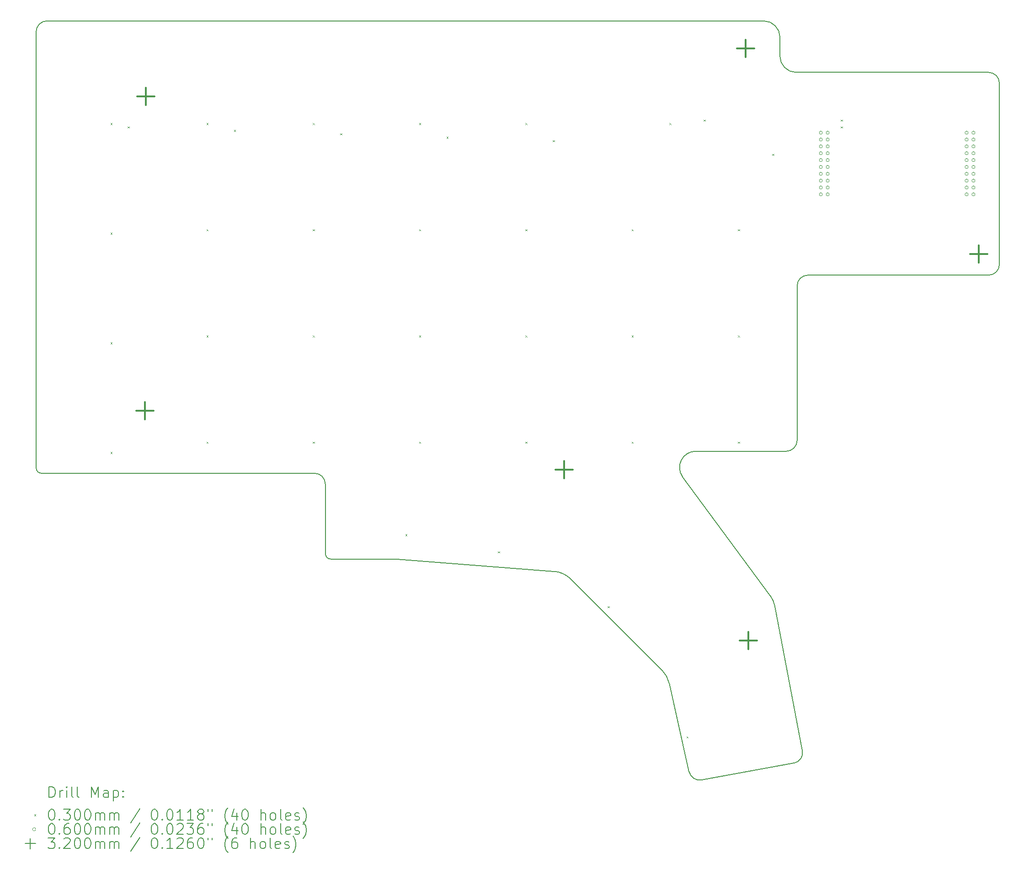
<source format=gbr>
%TF.GenerationSoftware,KiCad,Pcbnew,7.0.1*%
%TF.CreationDate,2023-03-23T04:50:55+01:00*%
%TF.ProjectId,Tiamat_v01_badge,5469616d-6174-45f7-9630-315f62616467,rev?*%
%TF.SameCoordinates,Original*%
%TF.FileFunction,Drillmap*%
%TF.FilePolarity,Positive*%
%FSLAX45Y45*%
G04 Gerber Fmt 4.5, Leading zero omitted, Abs format (unit mm)*
G04 Created by KiCad (PCBNEW 7.0.1) date 2023-03-23 04:50:55*
%MOMM*%
%LPD*%
G01*
G04 APERTURE LIST*
%ADD10C,0.150000*%
%ADD11C,0.200000*%
%ADD12C,0.030000*%
%ADD13C,0.060000*%
%ADD14C,0.320000*%
G04 APERTURE END LIST*
D10*
X2299000Y-2222500D02*
G75*
G03*
X2099000Y-2422500I0J-200000D01*
G01*
X7455110Y-10804285D02*
G75*
G03*
X7255115Y-10604500I-200000J-215D01*
G01*
X16392500Y-6933730D02*
G75*
G03*
X16192500Y-7133730I0J-200000D01*
G01*
X15992500Y-10196730D02*
G75*
G03*
X16192500Y-9996730I0J200000D01*
G01*
X19939000Y-3375000D02*
G75*
G03*
X19739000Y-3175000I-200000J0D01*
G01*
X15875000Y-2522500D02*
G75*
G03*
X15575000Y-2222500I-300000J0D01*
G01*
X15875000Y-2875000D02*
G75*
G03*
X16175000Y-3175000I300000J0D01*
G01*
X16175000Y-3175000D02*
X19739000Y-3175000D01*
X15875000Y-2522500D02*
X15875000Y-2875000D01*
X15780713Y-13068289D02*
G75*
G03*
X15691885Y-12865350I-491083J-94041D01*
G01*
X13822721Y-14494867D02*
G75*
G03*
X13688533Y-14251424I-487721J-110133D01*
G01*
X16132229Y-15977345D02*
G75*
G03*
X16292882Y-15742954I-35779J196775D01*
G01*
X14193123Y-16135210D02*
G75*
G03*
X14423985Y-16287933I195087J44050D01*
G01*
X14193120Y-16135211D02*
X13822720Y-14494867D01*
X12003903Y-12566979D02*
G75*
G03*
X11689325Y-12422074I-353533J-353581D01*
G01*
X19739000Y-6933730D02*
G75*
G03*
X19939000Y-6733730I0J200000D01*
G01*
X11689325Y-12422074D02*
X8780399Y-12194730D01*
X16132228Y-15977343D02*
X14423985Y-16287933D01*
X13688533Y-14251424D02*
X12003901Y-12566981D01*
X15780712Y-13068289D02*
X16292882Y-15742954D01*
X14073385Y-10673105D02*
X15691885Y-12865350D01*
X19939000Y-6733730D02*
X19939000Y-3375000D01*
X16392500Y-6933730D02*
X19739000Y-6933730D01*
X14316061Y-10196730D02*
G75*
G03*
X14073385Y-10673105I0J-300000D01*
G01*
X7456500Y-12094730D02*
G75*
G03*
X7556500Y-12194730I100000J0D01*
G01*
X16192500Y-9996730D02*
X16192500Y-7133730D01*
X7455114Y-10804285D02*
X7456500Y-12094730D01*
X2099000Y-10504500D02*
X2099000Y-2422500D01*
X7556500Y-12194730D02*
X8780399Y-12194730D01*
X2099000Y-10504500D02*
G75*
G03*
X2199000Y-10604500I100000J0D01*
G01*
X2199000Y-10604500D02*
X7255115Y-10604500D01*
X14316061Y-10196730D02*
X15992500Y-10196730D01*
X2299000Y-2222500D02*
X15575000Y-2222500D01*
D11*
D12*
X3477500Y-4112500D02*
X3507500Y-4142500D01*
X3507500Y-4112500D02*
X3477500Y-4142500D01*
X3477500Y-6144500D02*
X3507500Y-6174500D01*
X3507500Y-6144500D02*
X3477500Y-6174500D01*
X3477500Y-8176500D02*
X3507500Y-8206500D01*
X3507500Y-8176500D02*
X3477500Y-8206500D01*
X3477500Y-10208500D02*
X3507500Y-10238500D01*
X3507500Y-10208500D02*
X3477500Y-10238500D01*
X3795000Y-4176000D02*
X3825000Y-4206000D01*
X3825000Y-4176000D02*
X3795000Y-4206000D01*
X5255500Y-4112500D02*
X5285500Y-4142500D01*
X5285500Y-4112500D02*
X5255500Y-4142500D01*
X5255500Y-6081000D02*
X5285500Y-6111000D01*
X5285500Y-6081000D02*
X5255500Y-6111000D01*
X5255500Y-8049500D02*
X5285500Y-8079500D01*
X5285500Y-8049500D02*
X5255500Y-8079500D01*
X5255500Y-10018000D02*
X5285500Y-10048000D01*
X5285500Y-10018000D02*
X5255500Y-10048000D01*
X5763500Y-4239500D02*
X5793500Y-4269500D01*
X5793500Y-4239500D02*
X5763500Y-4269500D01*
X7224000Y-4112500D02*
X7254000Y-4142500D01*
X7254000Y-4112500D02*
X7224000Y-4142500D01*
X7224000Y-6081000D02*
X7254000Y-6111000D01*
X7254000Y-6081000D02*
X7224000Y-6111000D01*
X7224000Y-8049500D02*
X7254000Y-8079500D01*
X7254000Y-8049500D02*
X7224000Y-8079500D01*
X7224000Y-10018000D02*
X7254000Y-10048000D01*
X7254000Y-10018000D02*
X7224000Y-10048000D01*
X7732000Y-4303000D02*
X7762000Y-4333000D01*
X7762000Y-4303000D02*
X7732000Y-4333000D01*
X8938500Y-11732500D02*
X8968500Y-11762500D01*
X8968500Y-11732500D02*
X8938500Y-11762500D01*
X9192500Y-4112500D02*
X9222500Y-4142500D01*
X9222500Y-4112500D02*
X9192500Y-4142500D01*
X9192500Y-6081000D02*
X9222500Y-6111000D01*
X9222500Y-6081000D02*
X9192500Y-6111000D01*
X9192500Y-8049500D02*
X9222500Y-8079500D01*
X9222500Y-8049500D02*
X9192500Y-8079500D01*
X9192500Y-10018000D02*
X9222500Y-10048000D01*
X9222500Y-10018000D02*
X9192500Y-10048000D01*
X9700500Y-4366500D02*
X9730500Y-4396500D01*
X9730500Y-4366500D02*
X9700500Y-4396500D01*
X10653000Y-12050000D02*
X10683000Y-12080000D01*
X10683000Y-12050000D02*
X10653000Y-12080000D01*
X11161000Y-4112500D02*
X11191000Y-4142500D01*
X11191000Y-4112500D02*
X11161000Y-4142500D01*
X11161000Y-6081000D02*
X11191000Y-6111000D01*
X11191000Y-6081000D02*
X11161000Y-6111000D01*
X11161000Y-8049500D02*
X11191000Y-8079500D01*
X11191000Y-8049500D02*
X11161000Y-8079500D01*
X11161000Y-10018000D02*
X11191000Y-10048000D01*
X11191000Y-10018000D02*
X11161000Y-10048000D01*
X11669000Y-4430000D02*
X11699000Y-4460000D01*
X11699000Y-4430000D02*
X11669000Y-4460000D01*
X12685000Y-13066000D02*
X12715000Y-13096000D01*
X12715000Y-13066000D02*
X12685000Y-13096000D01*
X13129500Y-6081000D02*
X13159500Y-6111000D01*
X13159500Y-6081000D02*
X13129500Y-6111000D01*
X13129500Y-8049500D02*
X13159500Y-8079500D01*
X13159500Y-8049500D02*
X13129500Y-8079500D01*
X13129500Y-10018000D02*
X13159500Y-10048000D01*
X13159500Y-10018000D02*
X13129500Y-10048000D01*
X13828000Y-4112500D02*
X13858000Y-4142500D01*
X13858000Y-4112500D02*
X13828000Y-4142500D01*
X14145500Y-15479000D02*
X14175500Y-15509000D01*
X14175500Y-15479000D02*
X14145500Y-15509000D01*
X14463000Y-4049000D02*
X14493000Y-4079000D01*
X14493000Y-4049000D02*
X14463000Y-4079000D01*
X15098000Y-6081000D02*
X15128000Y-6111000D01*
X15128000Y-6081000D02*
X15098000Y-6111000D01*
X15098000Y-8049500D02*
X15128000Y-8079500D01*
X15128000Y-8049500D02*
X15098000Y-8079500D01*
X15098000Y-10018000D02*
X15128000Y-10048000D01*
X15128000Y-10018000D02*
X15098000Y-10048000D01*
X15733000Y-4684000D02*
X15763000Y-4714000D01*
X15763000Y-4684000D02*
X15733000Y-4714000D01*
X17003000Y-4049000D02*
X17033000Y-4079000D01*
X17033000Y-4049000D02*
X17003000Y-4079000D01*
X17003000Y-4176000D02*
X17033000Y-4206000D01*
X17033000Y-4176000D02*
X17003000Y-4206000D01*
D13*
X16661962Y-4291946D02*
G75*
G03*
X16661962Y-4291946I-30000J0D01*
G01*
X16661962Y-4418946D02*
G75*
G03*
X16661962Y-4418946I-30000J0D01*
G01*
X16661962Y-4545946D02*
G75*
G03*
X16661962Y-4545946I-30000J0D01*
G01*
X16661962Y-4672946D02*
G75*
G03*
X16661962Y-4672946I-30000J0D01*
G01*
X16661962Y-4799946D02*
G75*
G03*
X16661962Y-4799946I-30000J0D01*
G01*
X16661962Y-4926946D02*
G75*
G03*
X16661962Y-4926946I-30000J0D01*
G01*
X16661962Y-5053946D02*
G75*
G03*
X16661962Y-5053946I-30000J0D01*
G01*
X16661962Y-5180946D02*
G75*
G03*
X16661962Y-5180946I-30000J0D01*
G01*
X16661962Y-5307946D02*
G75*
G03*
X16661962Y-5307946I-30000J0D01*
G01*
X16661962Y-5434946D02*
G75*
G03*
X16661962Y-5434946I-30000J0D01*
G01*
X16788962Y-4291946D02*
G75*
G03*
X16788962Y-4291946I-30000J0D01*
G01*
X16788962Y-4418946D02*
G75*
G03*
X16788962Y-4418946I-30000J0D01*
G01*
X16788962Y-4545946D02*
G75*
G03*
X16788962Y-4545946I-30000J0D01*
G01*
X16788962Y-4672946D02*
G75*
G03*
X16788962Y-4672946I-30000J0D01*
G01*
X16788962Y-4799946D02*
G75*
G03*
X16788962Y-4799946I-30000J0D01*
G01*
X16788962Y-4926946D02*
G75*
G03*
X16788962Y-4926946I-30000J0D01*
G01*
X16788962Y-5053946D02*
G75*
G03*
X16788962Y-5053946I-30000J0D01*
G01*
X16788962Y-5180946D02*
G75*
G03*
X16788962Y-5180946I-30000J0D01*
G01*
X16788962Y-5307946D02*
G75*
G03*
X16788962Y-5307946I-30000J0D01*
G01*
X16788962Y-5434946D02*
G75*
G03*
X16788962Y-5434946I-30000J0D01*
G01*
X19361962Y-4291946D02*
G75*
G03*
X19361962Y-4291946I-30000J0D01*
G01*
X19361962Y-4418946D02*
G75*
G03*
X19361962Y-4418946I-30000J0D01*
G01*
X19361962Y-4545946D02*
G75*
G03*
X19361962Y-4545946I-30000J0D01*
G01*
X19361962Y-4672946D02*
G75*
G03*
X19361962Y-4672946I-30000J0D01*
G01*
X19361962Y-4799946D02*
G75*
G03*
X19361962Y-4799946I-30000J0D01*
G01*
X19361962Y-4926946D02*
G75*
G03*
X19361962Y-4926946I-30000J0D01*
G01*
X19361962Y-5053946D02*
G75*
G03*
X19361962Y-5053946I-30000J0D01*
G01*
X19361962Y-5180946D02*
G75*
G03*
X19361962Y-5180946I-30000J0D01*
G01*
X19361962Y-5307946D02*
G75*
G03*
X19361962Y-5307946I-30000J0D01*
G01*
X19361962Y-5434946D02*
G75*
G03*
X19361962Y-5434946I-30000J0D01*
G01*
X19488962Y-4291946D02*
G75*
G03*
X19488962Y-4291946I-30000J0D01*
G01*
X19488962Y-4418946D02*
G75*
G03*
X19488962Y-4418946I-30000J0D01*
G01*
X19488962Y-4545946D02*
G75*
G03*
X19488962Y-4545946I-30000J0D01*
G01*
X19488962Y-4672946D02*
G75*
G03*
X19488962Y-4672946I-30000J0D01*
G01*
X19488962Y-4799946D02*
G75*
G03*
X19488962Y-4799946I-30000J0D01*
G01*
X19488962Y-4926946D02*
G75*
G03*
X19488962Y-4926946I-30000J0D01*
G01*
X19488962Y-5053946D02*
G75*
G03*
X19488962Y-5053946I-30000J0D01*
G01*
X19488962Y-5180946D02*
G75*
G03*
X19488962Y-5180946I-30000J0D01*
G01*
X19488962Y-5307946D02*
G75*
G03*
X19488962Y-5307946I-30000J0D01*
G01*
X19488962Y-5434946D02*
G75*
G03*
X19488962Y-5434946I-30000J0D01*
G01*
D14*
X4114800Y-9288800D02*
X4114800Y-9608800D01*
X3954800Y-9448800D02*
X4274800Y-9448800D01*
X4127500Y-3459500D02*
X4127500Y-3779500D01*
X3967500Y-3619500D02*
X4287500Y-3619500D01*
X11874500Y-10381000D02*
X11874500Y-10701000D01*
X11714500Y-10541000D02*
X12034500Y-10541000D01*
X15240000Y-2570500D02*
X15240000Y-2890500D01*
X15080000Y-2730500D02*
X15400000Y-2730500D01*
X15290800Y-13543300D02*
X15290800Y-13863300D01*
X15130800Y-13703300D02*
X15450800Y-13703300D01*
X19558000Y-6380500D02*
X19558000Y-6700500D01*
X19398000Y-6540500D02*
X19718000Y-6540500D01*
D11*
X2339119Y-16611182D02*
X2339119Y-16411182D01*
X2339119Y-16411182D02*
X2386738Y-16411182D01*
X2386738Y-16411182D02*
X2415310Y-16420706D01*
X2415310Y-16420706D02*
X2434357Y-16439754D01*
X2434357Y-16439754D02*
X2443881Y-16458801D01*
X2443881Y-16458801D02*
X2453405Y-16496896D01*
X2453405Y-16496896D02*
X2453405Y-16525468D01*
X2453405Y-16525468D02*
X2443881Y-16563563D01*
X2443881Y-16563563D02*
X2434357Y-16582611D01*
X2434357Y-16582611D02*
X2415310Y-16601658D01*
X2415310Y-16601658D02*
X2386738Y-16611182D01*
X2386738Y-16611182D02*
X2339119Y-16611182D01*
X2539119Y-16611182D02*
X2539119Y-16477849D01*
X2539119Y-16515944D02*
X2548643Y-16496896D01*
X2548643Y-16496896D02*
X2558167Y-16487373D01*
X2558167Y-16487373D02*
X2577214Y-16477849D01*
X2577214Y-16477849D02*
X2596262Y-16477849D01*
X2662929Y-16611182D02*
X2662929Y-16477849D01*
X2662929Y-16411182D02*
X2653405Y-16420706D01*
X2653405Y-16420706D02*
X2662929Y-16430230D01*
X2662929Y-16430230D02*
X2672452Y-16420706D01*
X2672452Y-16420706D02*
X2662929Y-16411182D01*
X2662929Y-16411182D02*
X2662929Y-16430230D01*
X2786738Y-16611182D02*
X2767690Y-16601658D01*
X2767690Y-16601658D02*
X2758167Y-16582611D01*
X2758167Y-16582611D02*
X2758167Y-16411182D01*
X2891500Y-16611182D02*
X2872452Y-16601658D01*
X2872452Y-16601658D02*
X2862928Y-16582611D01*
X2862928Y-16582611D02*
X2862928Y-16411182D01*
X3120071Y-16611182D02*
X3120071Y-16411182D01*
X3120071Y-16411182D02*
X3186738Y-16554039D01*
X3186738Y-16554039D02*
X3253405Y-16411182D01*
X3253405Y-16411182D02*
X3253405Y-16611182D01*
X3434357Y-16611182D02*
X3434357Y-16506420D01*
X3434357Y-16506420D02*
X3424833Y-16487373D01*
X3424833Y-16487373D02*
X3405786Y-16477849D01*
X3405786Y-16477849D02*
X3367690Y-16477849D01*
X3367690Y-16477849D02*
X3348643Y-16487373D01*
X3434357Y-16601658D02*
X3415309Y-16611182D01*
X3415309Y-16611182D02*
X3367690Y-16611182D01*
X3367690Y-16611182D02*
X3348643Y-16601658D01*
X3348643Y-16601658D02*
X3339119Y-16582611D01*
X3339119Y-16582611D02*
X3339119Y-16563563D01*
X3339119Y-16563563D02*
X3348643Y-16544515D01*
X3348643Y-16544515D02*
X3367690Y-16534992D01*
X3367690Y-16534992D02*
X3415309Y-16534992D01*
X3415309Y-16534992D02*
X3434357Y-16525468D01*
X3529595Y-16477849D02*
X3529595Y-16677849D01*
X3529595Y-16487373D02*
X3548643Y-16477849D01*
X3548643Y-16477849D02*
X3586738Y-16477849D01*
X3586738Y-16477849D02*
X3605786Y-16487373D01*
X3605786Y-16487373D02*
X3615309Y-16496896D01*
X3615309Y-16496896D02*
X3624833Y-16515944D01*
X3624833Y-16515944D02*
X3624833Y-16573087D01*
X3624833Y-16573087D02*
X3615309Y-16592134D01*
X3615309Y-16592134D02*
X3605786Y-16601658D01*
X3605786Y-16601658D02*
X3586738Y-16611182D01*
X3586738Y-16611182D02*
X3548643Y-16611182D01*
X3548643Y-16611182D02*
X3529595Y-16601658D01*
X3710548Y-16592134D02*
X3720071Y-16601658D01*
X3720071Y-16601658D02*
X3710548Y-16611182D01*
X3710548Y-16611182D02*
X3701024Y-16601658D01*
X3701024Y-16601658D02*
X3710548Y-16592134D01*
X3710548Y-16592134D02*
X3710548Y-16611182D01*
X3710548Y-16487373D02*
X3720071Y-16496896D01*
X3720071Y-16496896D02*
X3710548Y-16506420D01*
X3710548Y-16506420D02*
X3701024Y-16496896D01*
X3701024Y-16496896D02*
X3710548Y-16487373D01*
X3710548Y-16487373D02*
X3710548Y-16506420D01*
D12*
X2061500Y-16923658D02*
X2091500Y-16953658D01*
X2091500Y-16923658D02*
X2061500Y-16953658D01*
D11*
X2377214Y-16831182D02*
X2396262Y-16831182D01*
X2396262Y-16831182D02*
X2415310Y-16840706D01*
X2415310Y-16840706D02*
X2424833Y-16850230D01*
X2424833Y-16850230D02*
X2434357Y-16869277D01*
X2434357Y-16869277D02*
X2443881Y-16907373D01*
X2443881Y-16907373D02*
X2443881Y-16954992D01*
X2443881Y-16954992D02*
X2434357Y-16993087D01*
X2434357Y-16993087D02*
X2424833Y-17012135D01*
X2424833Y-17012135D02*
X2415310Y-17021658D01*
X2415310Y-17021658D02*
X2396262Y-17031182D01*
X2396262Y-17031182D02*
X2377214Y-17031182D01*
X2377214Y-17031182D02*
X2358167Y-17021658D01*
X2358167Y-17021658D02*
X2348643Y-17012135D01*
X2348643Y-17012135D02*
X2339119Y-16993087D01*
X2339119Y-16993087D02*
X2329595Y-16954992D01*
X2329595Y-16954992D02*
X2329595Y-16907373D01*
X2329595Y-16907373D02*
X2339119Y-16869277D01*
X2339119Y-16869277D02*
X2348643Y-16850230D01*
X2348643Y-16850230D02*
X2358167Y-16840706D01*
X2358167Y-16840706D02*
X2377214Y-16831182D01*
X2529595Y-17012135D02*
X2539119Y-17021658D01*
X2539119Y-17021658D02*
X2529595Y-17031182D01*
X2529595Y-17031182D02*
X2520071Y-17021658D01*
X2520071Y-17021658D02*
X2529595Y-17012135D01*
X2529595Y-17012135D02*
X2529595Y-17031182D01*
X2605786Y-16831182D02*
X2729595Y-16831182D01*
X2729595Y-16831182D02*
X2662929Y-16907373D01*
X2662929Y-16907373D02*
X2691500Y-16907373D01*
X2691500Y-16907373D02*
X2710548Y-16916896D01*
X2710548Y-16916896D02*
X2720071Y-16926420D01*
X2720071Y-16926420D02*
X2729595Y-16945468D01*
X2729595Y-16945468D02*
X2729595Y-16993087D01*
X2729595Y-16993087D02*
X2720071Y-17012135D01*
X2720071Y-17012135D02*
X2710548Y-17021658D01*
X2710548Y-17021658D02*
X2691500Y-17031182D01*
X2691500Y-17031182D02*
X2634357Y-17031182D01*
X2634357Y-17031182D02*
X2615310Y-17021658D01*
X2615310Y-17021658D02*
X2605786Y-17012135D01*
X2853405Y-16831182D02*
X2872452Y-16831182D01*
X2872452Y-16831182D02*
X2891500Y-16840706D01*
X2891500Y-16840706D02*
X2901024Y-16850230D01*
X2901024Y-16850230D02*
X2910548Y-16869277D01*
X2910548Y-16869277D02*
X2920071Y-16907373D01*
X2920071Y-16907373D02*
X2920071Y-16954992D01*
X2920071Y-16954992D02*
X2910548Y-16993087D01*
X2910548Y-16993087D02*
X2901024Y-17012135D01*
X2901024Y-17012135D02*
X2891500Y-17021658D01*
X2891500Y-17021658D02*
X2872452Y-17031182D01*
X2872452Y-17031182D02*
X2853405Y-17031182D01*
X2853405Y-17031182D02*
X2834357Y-17021658D01*
X2834357Y-17021658D02*
X2824833Y-17012135D01*
X2824833Y-17012135D02*
X2815309Y-16993087D01*
X2815309Y-16993087D02*
X2805786Y-16954992D01*
X2805786Y-16954992D02*
X2805786Y-16907373D01*
X2805786Y-16907373D02*
X2815309Y-16869277D01*
X2815309Y-16869277D02*
X2824833Y-16850230D01*
X2824833Y-16850230D02*
X2834357Y-16840706D01*
X2834357Y-16840706D02*
X2853405Y-16831182D01*
X3043881Y-16831182D02*
X3062929Y-16831182D01*
X3062929Y-16831182D02*
X3081976Y-16840706D01*
X3081976Y-16840706D02*
X3091500Y-16850230D01*
X3091500Y-16850230D02*
X3101024Y-16869277D01*
X3101024Y-16869277D02*
X3110548Y-16907373D01*
X3110548Y-16907373D02*
X3110548Y-16954992D01*
X3110548Y-16954992D02*
X3101024Y-16993087D01*
X3101024Y-16993087D02*
X3091500Y-17012135D01*
X3091500Y-17012135D02*
X3081976Y-17021658D01*
X3081976Y-17021658D02*
X3062929Y-17031182D01*
X3062929Y-17031182D02*
X3043881Y-17031182D01*
X3043881Y-17031182D02*
X3024833Y-17021658D01*
X3024833Y-17021658D02*
X3015309Y-17012135D01*
X3015309Y-17012135D02*
X3005786Y-16993087D01*
X3005786Y-16993087D02*
X2996262Y-16954992D01*
X2996262Y-16954992D02*
X2996262Y-16907373D01*
X2996262Y-16907373D02*
X3005786Y-16869277D01*
X3005786Y-16869277D02*
X3015309Y-16850230D01*
X3015309Y-16850230D02*
X3024833Y-16840706D01*
X3024833Y-16840706D02*
X3043881Y-16831182D01*
X3196262Y-17031182D02*
X3196262Y-16897849D01*
X3196262Y-16916896D02*
X3205786Y-16907373D01*
X3205786Y-16907373D02*
X3224833Y-16897849D01*
X3224833Y-16897849D02*
X3253405Y-16897849D01*
X3253405Y-16897849D02*
X3272452Y-16907373D01*
X3272452Y-16907373D02*
X3281976Y-16926420D01*
X3281976Y-16926420D02*
X3281976Y-17031182D01*
X3281976Y-16926420D02*
X3291500Y-16907373D01*
X3291500Y-16907373D02*
X3310548Y-16897849D01*
X3310548Y-16897849D02*
X3339119Y-16897849D01*
X3339119Y-16897849D02*
X3358167Y-16907373D01*
X3358167Y-16907373D02*
X3367690Y-16926420D01*
X3367690Y-16926420D02*
X3367690Y-17031182D01*
X3462929Y-17031182D02*
X3462929Y-16897849D01*
X3462929Y-16916896D02*
X3472452Y-16907373D01*
X3472452Y-16907373D02*
X3491500Y-16897849D01*
X3491500Y-16897849D02*
X3520071Y-16897849D01*
X3520071Y-16897849D02*
X3539119Y-16907373D01*
X3539119Y-16907373D02*
X3548643Y-16926420D01*
X3548643Y-16926420D02*
X3548643Y-17031182D01*
X3548643Y-16926420D02*
X3558167Y-16907373D01*
X3558167Y-16907373D02*
X3577214Y-16897849D01*
X3577214Y-16897849D02*
X3605786Y-16897849D01*
X3605786Y-16897849D02*
X3624833Y-16907373D01*
X3624833Y-16907373D02*
X3634357Y-16926420D01*
X3634357Y-16926420D02*
X3634357Y-17031182D01*
X4024833Y-16821658D02*
X3853405Y-17078801D01*
X4281976Y-16831182D02*
X4301024Y-16831182D01*
X4301024Y-16831182D02*
X4320072Y-16840706D01*
X4320072Y-16840706D02*
X4329595Y-16850230D01*
X4329595Y-16850230D02*
X4339119Y-16869277D01*
X4339119Y-16869277D02*
X4348643Y-16907373D01*
X4348643Y-16907373D02*
X4348643Y-16954992D01*
X4348643Y-16954992D02*
X4339119Y-16993087D01*
X4339119Y-16993087D02*
X4329595Y-17012135D01*
X4329595Y-17012135D02*
X4320072Y-17021658D01*
X4320072Y-17021658D02*
X4301024Y-17031182D01*
X4301024Y-17031182D02*
X4281976Y-17031182D01*
X4281976Y-17031182D02*
X4262929Y-17021658D01*
X4262929Y-17021658D02*
X4253405Y-17012135D01*
X4253405Y-17012135D02*
X4243881Y-16993087D01*
X4243881Y-16993087D02*
X4234357Y-16954992D01*
X4234357Y-16954992D02*
X4234357Y-16907373D01*
X4234357Y-16907373D02*
X4243881Y-16869277D01*
X4243881Y-16869277D02*
X4253405Y-16850230D01*
X4253405Y-16850230D02*
X4262929Y-16840706D01*
X4262929Y-16840706D02*
X4281976Y-16831182D01*
X4434357Y-17012135D02*
X4443881Y-17021658D01*
X4443881Y-17021658D02*
X4434357Y-17031182D01*
X4434357Y-17031182D02*
X4424834Y-17021658D01*
X4424834Y-17021658D02*
X4434357Y-17012135D01*
X4434357Y-17012135D02*
X4434357Y-17031182D01*
X4567691Y-16831182D02*
X4586738Y-16831182D01*
X4586738Y-16831182D02*
X4605786Y-16840706D01*
X4605786Y-16840706D02*
X4615310Y-16850230D01*
X4615310Y-16850230D02*
X4624834Y-16869277D01*
X4624834Y-16869277D02*
X4634357Y-16907373D01*
X4634357Y-16907373D02*
X4634357Y-16954992D01*
X4634357Y-16954992D02*
X4624834Y-16993087D01*
X4624834Y-16993087D02*
X4615310Y-17012135D01*
X4615310Y-17012135D02*
X4605786Y-17021658D01*
X4605786Y-17021658D02*
X4586738Y-17031182D01*
X4586738Y-17031182D02*
X4567691Y-17031182D01*
X4567691Y-17031182D02*
X4548643Y-17021658D01*
X4548643Y-17021658D02*
X4539119Y-17012135D01*
X4539119Y-17012135D02*
X4529595Y-16993087D01*
X4529595Y-16993087D02*
X4520072Y-16954992D01*
X4520072Y-16954992D02*
X4520072Y-16907373D01*
X4520072Y-16907373D02*
X4529595Y-16869277D01*
X4529595Y-16869277D02*
X4539119Y-16850230D01*
X4539119Y-16850230D02*
X4548643Y-16840706D01*
X4548643Y-16840706D02*
X4567691Y-16831182D01*
X4824834Y-17031182D02*
X4710548Y-17031182D01*
X4767691Y-17031182D02*
X4767691Y-16831182D01*
X4767691Y-16831182D02*
X4748643Y-16859754D01*
X4748643Y-16859754D02*
X4729595Y-16878801D01*
X4729595Y-16878801D02*
X4710548Y-16888325D01*
X5015310Y-17031182D02*
X4901024Y-17031182D01*
X4958167Y-17031182D02*
X4958167Y-16831182D01*
X4958167Y-16831182D02*
X4939119Y-16859754D01*
X4939119Y-16859754D02*
X4920072Y-16878801D01*
X4920072Y-16878801D02*
X4901024Y-16888325D01*
X5129595Y-16916896D02*
X5110548Y-16907373D01*
X5110548Y-16907373D02*
X5101024Y-16897849D01*
X5101024Y-16897849D02*
X5091500Y-16878801D01*
X5091500Y-16878801D02*
X5091500Y-16869277D01*
X5091500Y-16869277D02*
X5101024Y-16850230D01*
X5101024Y-16850230D02*
X5110548Y-16840706D01*
X5110548Y-16840706D02*
X5129595Y-16831182D01*
X5129595Y-16831182D02*
X5167691Y-16831182D01*
X5167691Y-16831182D02*
X5186738Y-16840706D01*
X5186738Y-16840706D02*
X5196262Y-16850230D01*
X5196262Y-16850230D02*
X5205786Y-16869277D01*
X5205786Y-16869277D02*
X5205786Y-16878801D01*
X5205786Y-16878801D02*
X5196262Y-16897849D01*
X5196262Y-16897849D02*
X5186738Y-16907373D01*
X5186738Y-16907373D02*
X5167691Y-16916896D01*
X5167691Y-16916896D02*
X5129595Y-16916896D01*
X5129595Y-16916896D02*
X5110548Y-16926420D01*
X5110548Y-16926420D02*
X5101024Y-16935944D01*
X5101024Y-16935944D02*
X5091500Y-16954992D01*
X5091500Y-16954992D02*
X5091500Y-16993087D01*
X5091500Y-16993087D02*
X5101024Y-17012135D01*
X5101024Y-17012135D02*
X5110548Y-17021658D01*
X5110548Y-17021658D02*
X5129595Y-17031182D01*
X5129595Y-17031182D02*
X5167691Y-17031182D01*
X5167691Y-17031182D02*
X5186738Y-17021658D01*
X5186738Y-17021658D02*
X5196262Y-17012135D01*
X5196262Y-17012135D02*
X5205786Y-16993087D01*
X5205786Y-16993087D02*
X5205786Y-16954992D01*
X5205786Y-16954992D02*
X5196262Y-16935944D01*
X5196262Y-16935944D02*
X5186738Y-16926420D01*
X5186738Y-16926420D02*
X5167691Y-16916896D01*
X5281976Y-16831182D02*
X5281976Y-16869277D01*
X5358167Y-16831182D02*
X5358167Y-16869277D01*
X5653405Y-17107373D02*
X5643881Y-17097849D01*
X5643881Y-17097849D02*
X5624834Y-17069277D01*
X5624834Y-17069277D02*
X5615310Y-17050230D01*
X5615310Y-17050230D02*
X5605786Y-17021658D01*
X5605786Y-17021658D02*
X5596262Y-16974039D01*
X5596262Y-16974039D02*
X5596262Y-16935944D01*
X5596262Y-16935944D02*
X5605786Y-16888325D01*
X5605786Y-16888325D02*
X5615310Y-16859754D01*
X5615310Y-16859754D02*
X5624834Y-16840706D01*
X5624834Y-16840706D02*
X5643881Y-16812135D01*
X5643881Y-16812135D02*
X5653405Y-16802611D01*
X5815310Y-16897849D02*
X5815310Y-17031182D01*
X5767691Y-16821658D02*
X5720072Y-16964516D01*
X5720072Y-16964516D02*
X5843881Y-16964516D01*
X5958167Y-16831182D02*
X5977215Y-16831182D01*
X5977215Y-16831182D02*
X5996262Y-16840706D01*
X5996262Y-16840706D02*
X6005786Y-16850230D01*
X6005786Y-16850230D02*
X6015310Y-16869277D01*
X6015310Y-16869277D02*
X6024834Y-16907373D01*
X6024834Y-16907373D02*
X6024834Y-16954992D01*
X6024834Y-16954992D02*
X6015310Y-16993087D01*
X6015310Y-16993087D02*
X6005786Y-17012135D01*
X6005786Y-17012135D02*
X5996262Y-17021658D01*
X5996262Y-17021658D02*
X5977215Y-17031182D01*
X5977215Y-17031182D02*
X5958167Y-17031182D01*
X5958167Y-17031182D02*
X5939119Y-17021658D01*
X5939119Y-17021658D02*
X5929595Y-17012135D01*
X5929595Y-17012135D02*
X5920072Y-16993087D01*
X5920072Y-16993087D02*
X5910548Y-16954992D01*
X5910548Y-16954992D02*
X5910548Y-16907373D01*
X5910548Y-16907373D02*
X5920072Y-16869277D01*
X5920072Y-16869277D02*
X5929595Y-16850230D01*
X5929595Y-16850230D02*
X5939119Y-16840706D01*
X5939119Y-16840706D02*
X5958167Y-16831182D01*
X6262929Y-17031182D02*
X6262929Y-16831182D01*
X6348643Y-17031182D02*
X6348643Y-16926420D01*
X6348643Y-16926420D02*
X6339119Y-16907373D01*
X6339119Y-16907373D02*
X6320072Y-16897849D01*
X6320072Y-16897849D02*
X6291500Y-16897849D01*
X6291500Y-16897849D02*
X6272453Y-16907373D01*
X6272453Y-16907373D02*
X6262929Y-16916896D01*
X6472453Y-17031182D02*
X6453405Y-17021658D01*
X6453405Y-17021658D02*
X6443881Y-17012135D01*
X6443881Y-17012135D02*
X6434357Y-16993087D01*
X6434357Y-16993087D02*
X6434357Y-16935944D01*
X6434357Y-16935944D02*
X6443881Y-16916896D01*
X6443881Y-16916896D02*
X6453405Y-16907373D01*
X6453405Y-16907373D02*
X6472453Y-16897849D01*
X6472453Y-16897849D02*
X6501024Y-16897849D01*
X6501024Y-16897849D02*
X6520072Y-16907373D01*
X6520072Y-16907373D02*
X6529596Y-16916896D01*
X6529596Y-16916896D02*
X6539119Y-16935944D01*
X6539119Y-16935944D02*
X6539119Y-16993087D01*
X6539119Y-16993087D02*
X6529596Y-17012135D01*
X6529596Y-17012135D02*
X6520072Y-17021658D01*
X6520072Y-17021658D02*
X6501024Y-17031182D01*
X6501024Y-17031182D02*
X6472453Y-17031182D01*
X6653405Y-17031182D02*
X6634357Y-17021658D01*
X6634357Y-17021658D02*
X6624834Y-17002611D01*
X6624834Y-17002611D02*
X6624834Y-16831182D01*
X6805786Y-17021658D02*
X6786738Y-17031182D01*
X6786738Y-17031182D02*
X6748643Y-17031182D01*
X6748643Y-17031182D02*
X6729596Y-17021658D01*
X6729596Y-17021658D02*
X6720072Y-17002611D01*
X6720072Y-17002611D02*
X6720072Y-16926420D01*
X6720072Y-16926420D02*
X6729596Y-16907373D01*
X6729596Y-16907373D02*
X6748643Y-16897849D01*
X6748643Y-16897849D02*
X6786738Y-16897849D01*
X6786738Y-16897849D02*
X6805786Y-16907373D01*
X6805786Y-16907373D02*
X6815310Y-16926420D01*
X6815310Y-16926420D02*
X6815310Y-16945468D01*
X6815310Y-16945468D02*
X6720072Y-16964516D01*
X6891500Y-17021658D02*
X6910548Y-17031182D01*
X6910548Y-17031182D02*
X6948643Y-17031182D01*
X6948643Y-17031182D02*
X6967691Y-17021658D01*
X6967691Y-17021658D02*
X6977215Y-17002611D01*
X6977215Y-17002611D02*
X6977215Y-16993087D01*
X6977215Y-16993087D02*
X6967691Y-16974039D01*
X6967691Y-16974039D02*
X6948643Y-16964516D01*
X6948643Y-16964516D02*
X6920072Y-16964516D01*
X6920072Y-16964516D02*
X6901024Y-16954992D01*
X6901024Y-16954992D02*
X6891500Y-16935944D01*
X6891500Y-16935944D02*
X6891500Y-16926420D01*
X6891500Y-16926420D02*
X6901024Y-16907373D01*
X6901024Y-16907373D02*
X6920072Y-16897849D01*
X6920072Y-16897849D02*
X6948643Y-16897849D01*
X6948643Y-16897849D02*
X6967691Y-16907373D01*
X7043881Y-17107373D02*
X7053405Y-17097849D01*
X7053405Y-17097849D02*
X7072453Y-17069277D01*
X7072453Y-17069277D02*
X7081977Y-17050230D01*
X7081977Y-17050230D02*
X7091500Y-17021658D01*
X7091500Y-17021658D02*
X7101024Y-16974039D01*
X7101024Y-16974039D02*
X7101024Y-16935944D01*
X7101024Y-16935944D02*
X7091500Y-16888325D01*
X7091500Y-16888325D02*
X7081977Y-16859754D01*
X7081977Y-16859754D02*
X7072453Y-16840706D01*
X7072453Y-16840706D02*
X7053405Y-16812135D01*
X7053405Y-16812135D02*
X7043881Y-16802611D01*
D13*
X2091500Y-17202658D02*
G75*
G03*
X2091500Y-17202658I-30000J0D01*
G01*
D11*
X2377214Y-17095182D02*
X2396262Y-17095182D01*
X2396262Y-17095182D02*
X2415310Y-17104706D01*
X2415310Y-17104706D02*
X2424833Y-17114230D01*
X2424833Y-17114230D02*
X2434357Y-17133277D01*
X2434357Y-17133277D02*
X2443881Y-17171373D01*
X2443881Y-17171373D02*
X2443881Y-17218992D01*
X2443881Y-17218992D02*
X2434357Y-17257087D01*
X2434357Y-17257087D02*
X2424833Y-17276135D01*
X2424833Y-17276135D02*
X2415310Y-17285658D01*
X2415310Y-17285658D02*
X2396262Y-17295182D01*
X2396262Y-17295182D02*
X2377214Y-17295182D01*
X2377214Y-17295182D02*
X2358167Y-17285658D01*
X2358167Y-17285658D02*
X2348643Y-17276135D01*
X2348643Y-17276135D02*
X2339119Y-17257087D01*
X2339119Y-17257087D02*
X2329595Y-17218992D01*
X2329595Y-17218992D02*
X2329595Y-17171373D01*
X2329595Y-17171373D02*
X2339119Y-17133277D01*
X2339119Y-17133277D02*
X2348643Y-17114230D01*
X2348643Y-17114230D02*
X2358167Y-17104706D01*
X2358167Y-17104706D02*
X2377214Y-17095182D01*
X2529595Y-17276135D02*
X2539119Y-17285658D01*
X2539119Y-17285658D02*
X2529595Y-17295182D01*
X2529595Y-17295182D02*
X2520071Y-17285658D01*
X2520071Y-17285658D02*
X2529595Y-17276135D01*
X2529595Y-17276135D02*
X2529595Y-17295182D01*
X2710548Y-17095182D02*
X2672452Y-17095182D01*
X2672452Y-17095182D02*
X2653405Y-17104706D01*
X2653405Y-17104706D02*
X2643881Y-17114230D01*
X2643881Y-17114230D02*
X2624833Y-17142801D01*
X2624833Y-17142801D02*
X2615310Y-17180896D01*
X2615310Y-17180896D02*
X2615310Y-17257087D01*
X2615310Y-17257087D02*
X2624833Y-17276135D01*
X2624833Y-17276135D02*
X2634357Y-17285658D01*
X2634357Y-17285658D02*
X2653405Y-17295182D01*
X2653405Y-17295182D02*
X2691500Y-17295182D01*
X2691500Y-17295182D02*
X2710548Y-17285658D01*
X2710548Y-17285658D02*
X2720071Y-17276135D01*
X2720071Y-17276135D02*
X2729595Y-17257087D01*
X2729595Y-17257087D02*
X2729595Y-17209468D01*
X2729595Y-17209468D02*
X2720071Y-17190420D01*
X2720071Y-17190420D02*
X2710548Y-17180896D01*
X2710548Y-17180896D02*
X2691500Y-17171373D01*
X2691500Y-17171373D02*
X2653405Y-17171373D01*
X2653405Y-17171373D02*
X2634357Y-17180896D01*
X2634357Y-17180896D02*
X2624833Y-17190420D01*
X2624833Y-17190420D02*
X2615310Y-17209468D01*
X2853405Y-17095182D02*
X2872452Y-17095182D01*
X2872452Y-17095182D02*
X2891500Y-17104706D01*
X2891500Y-17104706D02*
X2901024Y-17114230D01*
X2901024Y-17114230D02*
X2910548Y-17133277D01*
X2910548Y-17133277D02*
X2920071Y-17171373D01*
X2920071Y-17171373D02*
X2920071Y-17218992D01*
X2920071Y-17218992D02*
X2910548Y-17257087D01*
X2910548Y-17257087D02*
X2901024Y-17276135D01*
X2901024Y-17276135D02*
X2891500Y-17285658D01*
X2891500Y-17285658D02*
X2872452Y-17295182D01*
X2872452Y-17295182D02*
X2853405Y-17295182D01*
X2853405Y-17295182D02*
X2834357Y-17285658D01*
X2834357Y-17285658D02*
X2824833Y-17276135D01*
X2824833Y-17276135D02*
X2815309Y-17257087D01*
X2815309Y-17257087D02*
X2805786Y-17218992D01*
X2805786Y-17218992D02*
X2805786Y-17171373D01*
X2805786Y-17171373D02*
X2815309Y-17133277D01*
X2815309Y-17133277D02*
X2824833Y-17114230D01*
X2824833Y-17114230D02*
X2834357Y-17104706D01*
X2834357Y-17104706D02*
X2853405Y-17095182D01*
X3043881Y-17095182D02*
X3062929Y-17095182D01*
X3062929Y-17095182D02*
X3081976Y-17104706D01*
X3081976Y-17104706D02*
X3091500Y-17114230D01*
X3091500Y-17114230D02*
X3101024Y-17133277D01*
X3101024Y-17133277D02*
X3110548Y-17171373D01*
X3110548Y-17171373D02*
X3110548Y-17218992D01*
X3110548Y-17218992D02*
X3101024Y-17257087D01*
X3101024Y-17257087D02*
X3091500Y-17276135D01*
X3091500Y-17276135D02*
X3081976Y-17285658D01*
X3081976Y-17285658D02*
X3062929Y-17295182D01*
X3062929Y-17295182D02*
X3043881Y-17295182D01*
X3043881Y-17295182D02*
X3024833Y-17285658D01*
X3024833Y-17285658D02*
X3015309Y-17276135D01*
X3015309Y-17276135D02*
X3005786Y-17257087D01*
X3005786Y-17257087D02*
X2996262Y-17218992D01*
X2996262Y-17218992D02*
X2996262Y-17171373D01*
X2996262Y-17171373D02*
X3005786Y-17133277D01*
X3005786Y-17133277D02*
X3015309Y-17114230D01*
X3015309Y-17114230D02*
X3024833Y-17104706D01*
X3024833Y-17104706D02*
X3043881Y-17095182D01*
X3196262Y-17295182D02*
X3196262Y-17161849D01*
X3196262Y-17180896D02*
X3205786Y-17171373D01*
X3205786Y-17171373D02*
X3224833Y-17161849D01*
X3224833Y-17161849D02*
X3253405Y-17161849D01*
X3253405Y-17161849D02*
X3272452Y-17171373D01*
X3272452Y-17171373D02*
X3281976Y-17190420D01*
X3281976Y-17190420D02*
X3281976Y-17295182D01*
X3281976Y-17190420D02*
X3291500Y-17171373D01*
X3291500Y-17171373D02*
X3310548Y-17161849D01*
X3310548Y-17161849D02*
X3339119Y-17161849D01*
X3339119Y-17161849D02*
X3358167Y-17171373D01*
X3358167Y-17171373D02*
X3367690Y-17190420D01*
X3367690Y-17190420D02*
X3367690Y-17295182D01*
X3462929Y-17295182D02*
X3462929Y-17161849D01*
X3462929Y-17180896D02*
X3472452Y-17171373D01*
X3472452Y-17171373D02*
X3491500Y-17161849D01*
X3491500Y-17161849D02*
X3520071Y-17161849D01*
X3520071Y-17161849D02*
X3539119Y-17171373D01*
X3539119Y-17171373D02*
X3548643Y-17190420D01*
X3548643Y-17190420D02*
X3548643Y-17295182D01*
X3548643Y-17190420D02*
X3558167Y-17171373D01*
X3558167Y-17171373D02*
X3577214Y-17161849D01*
X3577214Y-17161849D02*
X3605786Y-17161849D01*
X3605786Y-17161849D02*
X3624833Y-17171373D01*
X3624833Y-17171373D02*
X3634357Y-17190420D01*
X3634357Y-17190420D02*
X3634357Y-17295182D01*
X4024833Y-17085658D02*
X3853405Y-17342801D01*
X4281976Y-17095182D02*
X4301024Y-17095182D01*
X4301024Y-17095182D02*
X4320072Y-17104706D01*
X4320072Y-17104706D02*
X4329595Y-17114230D01*
X4329595Y-17114230D02*
X4339119Y-17133277D01*
X4339119Y-17133277D02*
X4348643Y-17171373D01*
X4348643Y-17171373D02*
X4348643Y-17218992D01*
X4348643Y-17218992D02*
X4339119Y-17257087D01*
X4339119Y-17257087D02*
X4329595Y-17276135D01*
X4329595Y-17276135D02*
X4320072Y-17285658D01*
X4320072Y-17285658D02*
X4301024Y-17295182D01*
X4301024Y-17295182D02*
X4281976Y-17295182D01*
X4281976Y-17295182D02*
X4262929Y-17285658D01*
X4262929Y-17285658D02*
X4253405Y-17276135D01*
X4253405Y-17276135D02*
X4243881Y-17257087D01*
X4243881Y-17257087D02*
X4234357Y-17218992D01*
X4234357Y-17218992D02*
X4234357Y-17171373D01*
X4234357Y-17171373D02*
X4243881Y-17133277D01*
X4243881Y-17133277D02*
X4253405Y-17114230D01*
X4253405Y-17114230D02*
X4262929Y-17104706D01*
X4262929Y-17104706D02*
X4281976Y-17095182D01*
X4434357Y-17276135D02*
X4443881Y-17285658D01*
X4443881Y-17285658D02*
X4434357Y-17295182D01*
X4434357Y-17295182D02*
X4424834Y-17285658D01*
X4424834Y-17285658D02*
X4434357Y-17276135D01*
X4434357Y-17276135D02*
X4434357Y-17295182D01*
X4567691Y-17095182D02*
X4586738Y-17095182D01*
X4586738Y-17095182D02*
X4605786Y-17104706D01*
X4605786Y-17104706D02*
X4615310Y-17114230D01*
X4615310Y-17114230D02*
X4624834Y-17133277D01*
X4624834Y-17133277D02*
X4634357Y-17171373D01*
X4634357Y-17171373D02*
X4634357Y-17218992D01*
X4634357Y-17218992D02*
X4624834Y-17257087D01*
X4624834Y-17257087D02*
X4615310Y-17276135D01*
X4615310Y-17276135D02*
X4605786Y-17285658D01*
X4605786Y-17285658D02*
X4586738Y-17295182D01*
X4586738Y-17295182D02*
X4567691Y-17295182D01*
X4567691Y-17295182D02*
X4548643Y-17285658D01*
X4548643Y-17285658D02*
X4539119Y-17276135D01*
X4539119Y-17276135D02*
X4529595Y-17257087D01*
X4529595Y-17257087D02*
X4520072Y-17218992D01*
X4520072Y-17218992D02*
X4520072Y-17171373D01*
X4520072Y-17171373D02*
X4529595Y-17133277D01*
X4529595Y-17133277D02*
X4539119Y-17114230D01*
X4539119Y-17114230D02*
X4548643Y-17104706D01*
X4548643Y-17104706D02*
X4567691Y-17095182D01*
X4710548Y-17114230D02*
X4720072Y-17104706D01*
X4720072Y-17104706D02*
X4739119Y-17095182D01*
X4739119Y-17095182D02*
X4786738Y-17095182D01*
X4786738Y-17095182D02*
X4805786Y-17104706D01*
X4805786Y-17104706D02*
X4815310Y-17114230D01*
X4815310Y-17114230D02*
X4824834Y-17133277D01*
X4824834Y-17133277D02*
X4824834Y-17152325D01*
X4824834Y-17152325D02*
X4815310Y-17180896D01*
X4815310Y-17180896D02*
X4701024Y-17295182D01*
X4701024Y-17295182D02*
X4824834Y-17295182D01*
X4891500Y-17095182D02*
X5015310Y-17095182D01*
X5015310Y-17095182D02*
X4948643Y-17171373D01*
X4948643Y-17171373D02*
X4977215Y-17171373D01*
X4977215Y-17171373D02*
X4996262Y-17180896D01*
X4996262Y-17180896D02*
X5005786Y-17190420D01*
X5005786Y-17190420D02*
X5015310Y-17209468D01*
X5015310Y-17209468D02*
X5015310Y-17257087D01*
X5015310Y-17257087D02*
X5005786Y-17276135D01*
X5005786Y-17276135D02*
X4996262Y-17285658D01*
X4996262Y-17285658D02*
X4977215Y-17295182D01*
X4977215Y-17295182D02*
X4920072Y-17295182D01*
X4920072Y-17295182D02*
X4901024Y-17285658D01*
X4901024Y-17285658D02*
X4891500Y-17276135D01*
X5186738Y-17095182D02*
X5148643Y-17095182D01*
X5148643Y-17095182D02*
X5129595Y-17104706D01*
X5129595Y-17104706D02*
X5120072Y-17114230D01*
X5120072Y-17114230D02*
X5101024Y-17142801D01*
X5101024Y-17142801D02*
X5091500Y-17180896D01*
X5091500Y-17180896D02*
X5091500Y-17257087D01*
X5091500Y-17257087D02*
X5101024Y-17276135D01*
X5101024Y-17276135D02*
X5110548Y-17285658D01*
X5110548Y-17285658D02*
X5129595Y-17295182D01*
X5129595Y-17295182D02*
X5167691Y-17295182D01*
X5167691Y-17295182D02*
X5186738Y-17285658D01*
X5186738Y-17285658D02*
X5196262Y-17276135D01*
X5196262Y-17276135D02*
X5205786Y-17257087D01*
X5205786Y-17257087D02*
X5205786Y-17209468D01*
X5205786Y-17209468D02*
X5196262Y-17190420D01*
X5196262Y-17190420D02*
X5186738Y-17180896D01*
X5186738Y-17180896D02*
X5167691Y-17171373D01*
X5167691Y-17171373D02*
X5129595Y-17171373D01*
X5129595Y-17171373D02*
X5110548Y-17180896D01*
X5110548Y-17180896D02*
X5101024Y-17190420D01*
X5101024Y-17190420D02*
X5091500Y-17209468D01*
X5281976Y-17095182D02*
X5281976Y-17133277D01*
X5358167Y-17095182D02*
X5358167Y-17133277D01*
X5653405Y-17371373D02*
X5643881Y-17361849D01*
X5643881Y-17361849D02*
X5624834Y-17333277D01*
X5624834Y-17333277D02*
X5615310Y-17314230D01*
X5615310Y-17314230D02*
X5605786Y-17285658D01*
X5605786Y-17285658D02*
X5596262Y-17238039D01*
X5596262Y-17238039D02*
X5596262Y-17199944D01*
X5596262Y-17199944D02*
X5605786Y-17152325D01*
X5605786Y-17152325D02*
X5615310Y-17123754D01*
X5615310Y-17123754D02*
X5624834Y-17104706D01*
X5624834Y-17104706D02*
X5643881Y-17076135D01*
X5643881Y-17076135D02*
X5653405Y-17066611D01*
X5815310Y-17161849D02*
X5815310Y-17295182D01*
X5767691Y-17085658D02*
X5720072Y-17228516D01*
X5720072Y-17228516D02*
X5843881Y-17228516D01*
X5958167Y-17095182D02*
X5977215Y-17095182D01*
X5977215Y-17095182D02*
X5996262Y-17104706D01*
X5996262Y-17104706D02*
X6005786Y-17114230D01*
X6005786Y-17114230D02*
X6015310Y-17133277D01*
X6015310Y-17133277D02*
X6024834Y-17171373D01*
X6024834Y-17171373D02*
X6024834Y-17218992D01*
X6024834Y-17218992D02*
X6015310Y-17257087D01*
X6015310Y-17257087D02*
X6005786Y-17276135D01*
X6005786Y-17276135D02*
X5996262Y-17285658D01*
X5996262Y-17285658D02*
X5977215Y-17295182D01*
X5977215Y-17295182D02*
X5958167Y-17295182D01*
X5958167Y-17295182D02*
X5939119Y-17285658D01*
X5939119Y-17285658D02*
X5929595Y-17276135D01*
X5929595Y-17276135D02*
X5920072Y-17257087D01*
X5920072Y-17257087D02*
X5910548Y-17218992D01*
X5910548Y-17218992D02*
X5910548Y-17171373D01*
X5910548Y-17171373D02*
X5920072Y-17133277D01*
X5920072Y-17133277D02*
X5929595Y-17114230D01*
X5929595Y-17114230D02*
X5939119Y-17104706D01*
X5939119Y-17104706D02*
X5958167Y-17095182D01*
X6262929Y-17295182D02*
X6262929Y-17095182D01*
X6348643Y-17295182D02*
X6348643Y-17190420D01*
X6348643Y-17190420D02*
X6339119Y-17171373D01*
X6339119Y-17171373D02*
X6320072Y-17161849D01*
X6320072Y-17161849D02*
X6291500Y-17161849D01*
X6291500Y-17161849D02*
X6272453Y-17171373D01*
X6272453Y-17171373D02*
X6262929Y-17180896D01*
X6472453Y-17295182D02*
X6453405Y-17285658D01*
X6453405Y-17285658D02*
X6443881Y-17276135D01*
X6443881Y-17276135D02*
X6434357Y-17257087D01*
X6434357Y-17257087D02*
X6434357Y-17199944D01*
X6434357Y-17199944D02*
X6443881Y-17180896D01*
X6443881Y-17180896D02*
X6453405Y-17171373D01*
X6453405Y-17171373D02*
X6472453Y-17161849D01*
X6472453Y-17161849D02*
X6501024Y-17161849D01*
X6501024Y-17161849D02*
X6520072Y-17171373D01*
X6520072Y-17171373D02*
X6529596Y-17180896D01*
X6529596Y-17180896D02*
X6539119Y-17199944D01*
X6539119Y-17199944D02*
X6539119Y-17257087D01*
X6539119Y-17257087D02*
X6529596Y-17276135D01*
X6529596Y-17276135D02*
X6520072Y-17285658D01*
X6520072Y-17285658D02*
X6501024Y-17295182D01*
X6501024Y-17295182D02*
X6472453Y-17295182D01*
X6653405Y-17295182D02*
X6634357Y-17285658D01*
X6634357Y-17285658D02*
X6624834Y-17266611D01*
X6624834Y-17266611D02*
X6624834Y-17095182D01*
X6805786Y-17285658D02*
X6786738Y-17295182D01*
X6786738Y-17295182D02*
X6748643Y-17295182D01*
X6748643Y-17295182D02*
X6729596Y-17285658D01*
X6729596Y-17285658D02*
X6720072Y-17266611D01*
X6720072Y-17266611D02*
X6720072Y-17190420D01*
X6720072Y-17190420D02*
X6729596Y-17171373D01*
X6729596Y-17171373D02*
X6748643Y-17161849D01*
X6748643Y-17161849D02*
X6786738Y-17161849D01*
X6786738Y-17161849D02*
X6805786Y-17171373D01*
X6805786Y-17171373D02*
X6815310Y-17190420D01*
X6815310Y-17190420D02*
X6815310Y-17209468D01*
X6815310Y-17209468D02*
X6720072Y-17228516D01*
X6891500Y-17285658D02*
X6910548Y-17295182D01*
X6910548Y-17295182D02*
X6948643Y-17295182D01*
X6948643Y-17295182D02*
X6967691Y-17285658D01*
X6967691Y-17285658D02*
X6977215Y-17266611D01*
X6977215Y-17266611D02*
X6977215Y-17257087D01*
X6977215Y-17257087D02*
X6967691Y-17238039D01*
X6967691Y-17238039D02*
X6948643Y-17228516D01*
X6948643Y-17228516D02*
X6920072Y-17228516D01*
X6920072Y-17228516D02*
X6901024Y-17218992D01*
X6901024Y-17218992D02*
X6891500Y-17199944D01*
X6891500Y-17199944D02*
X6891500Y-17190420D01*
X6891500Y-17190420D02*
X6901024Y-17171373D01*
X6901024Y-17171373D02*
X6920072Y-17161849D01*
X6920072Y-17161849D02*
X6948643Y-17161849D01*
X6948643Y-17161849D02*
X6967691Y-17171373D01*
X7043881Y-17371373D02*
X7053405Y-17361849D01*
X7053405Y-17361849D02*
X7072453Y-17333277D01*
X7072453Y-17333277D02*
X7081977Y-17314230D01*
X7081977Y-17314230D02*
X7091500Y-17285658D01*
X7091500Y-17285658D02*
X7101024Y-17238039D01*
X7101024Y-17238039D02*
X7101024Y-17199944D01*
X7101024Y-17199944D02*
X7091500Y-17152325D01*
X7091500Y-17152325D02*
X7081977Y-17123754D01*
X7081977Y-17123754D02*
X7072453Y-17104706D01*
X7072453Y-17104706D02*
X7053405Y-17076135D01*
X7053405Y-17076135D02*
X7043881Y-17066611D01*
X1991500Y-17366658D02*
X1991500Y-17566658D01*
X1891500Y-17466658D02*
X2091500Y-17466658D01*
X2320071Y-17359182D02*
X2443881Y-17359182D01*
X2443881Y-17359182D02*
X2377214Y-17435373D01*
X2377214Y-17435373D02*
X2405786Y-17435373D01*
X2405786Y-17435373D02*
X2424833Y-17444896D01*
X2424833Y-17444896D02*
X2434357Y-17454420D01*
X2434357Y-17454420D02*
X2443881Y-17473468D01*
X2443881Y-17473468D02*
X2443881Y-17521087D01*
X2443881Y-17521087D02*
X2434357Y-17540135D01*
X2434357Y-17540135D02*
X2424833Y-17549658D01*
X2424833Y-17549658D02*
X2405786Y-17559182D01*
X2405786Y-17559182D02*
X2348643Y-17559182D01*
X2348643Y-17559182D02*
X2329595Y-17549658D01*
X2329595Y-17549658D02*
X2320071Y-17540135D01*
X2529595Y-17540135D02*
X2539119Y-17549658D01*
X2539119Y-17549658D02*
X2529595Y-17559182D01*
X2529595Y-17559182D02*
X2520071Y-17549658D01*
X2520071Y-17549658D02*
X2529595Y-17540135D01*
X2529595Y-17540135D02*
X2529595Y-17559182D01*
X2615310Y-17378230D02*
X2624833Y-17368706D01*
X2624833Y-17368706D02*
X2643881Y-17359182D01*
X2643881Y-17359182D02*
X2691500Y-17359182D01*
X2691500Y-17359182D02*
X2710548Y-17368706D01*
X2710548Y-17368706D02*
X2720071Y-17378230D01*
X2720071Y-17378230D02*
X2729595Y-17397277D01*
X2729595Y-17397277D02*
X2729595Y-17416325D01*
X2729595Y-17416325D02*
X2720071Y-17444896D01*
X2720071Y-17444896D02*
X2605786Y-17559182D01*
X2605786Y-17559182D02*
X2729595Y-17559182D01*
X2853405Y-17359182D02*
X2872452Y-17359182D01*
X2872452Y-17359182D02*
X2891500Y-17368706D01*
X2891500Y-17368706D02*
X2901024Y-17378230D01*
X2901024Y-17378230D02*
X2910548Y-17397277D01*
X2910548Y-17397277D02*
X2920071Y-17435373D01*
X2920071Y-17435373D02*
X2920071Y-17482992D01*
X2920071Y-17482992D02*
X2910548Y-17521087D01*
X2910548Y-17521087D02*
X2901024Y-17540135D01*
X2901024Y-17540135D02*
X2891500Y-17549658D01*
X2891500Y-17549658D02*
X2872452Y-17559182D01*
X2872452Y-17559182D02*
X2853405Y-17559182D01*
X2853405Y-17559182D02*
X2834357Y-17549658D01*
X2834357Y-17549658D02*
X2824833Y-17540135D01*
X2824833Y-17540135D02*
X2815309Y-17521087D01*
X2815309Y-17521087D02*
X2805786Y-17482992D01*
X2805786Y-17482992D02*
X2805786Y-17435373D01*
X2805786Y-17435373D02*
X2815309Y-17397277D01*
X2815309Y-17397277D02*
X2824833Y-17378230D01*
X2824833Y-17378230D02*
X2834357Y-17368706D01*
X2834357Y-17368706D02*
X2853405Y-17359182D01*
X3043881Y-17359182D02*
X3062929Y-17359182D01*
X3062929Y-17359182D02*
X3081976Y-17368706D01*
X3081976Y-17368706D02*
X3091500Y-17378230D01*
X3091500Y-17378230D02*
X3101024Y-17397277D01*
X3101024Y-17397277D02*
X3110548Y-17435373D01*
X3110548Y-17435373D02*
X3110548Y-17482992D01*
X3110548Y-17482992D02*
X3101024Y-17521087D01*
X3101024Y-17521087D02*
X3091500Y-17540135D01*
X3091500Y-17540135D02*
X3081976Y-17549658D01*
X3081976Y-17549658D02*
X3062929Y-17559182D01*
X3062929Y-17559182D02*
X3043881Y-17559182D01*
X3043881Y-17559182D02*
X3024833Y-17549658D01*
X3024833Y-17549658D02*
X3015309Y-17540135D01*
X3015309Y-17540135D02*
X3005786Y-17521087D01*
X3005786Y-17521087D02*
X2996262Y-17482992D01*
X2996262Y-17482992D02*
X2996262Y-17435373D01*
X2996262Y-17435373D02*
X3005786Y-17397277D01*
X3005786Y-17397277D02*
X3015309Y-17378230D01*
X3015309Y-17378230D02*
X3024833Y-17368706D01*
X3024833Y-17368706D02*
X3043881Y-17359182D01*
X3196262Y-17559182D02*
X3196262Y-17425849D01*
X3196262Y-17444896D02*
X3205786Y-17435373D01*
X3205786Y-17435373D02*
X3224833Y-17425849D01*
X3224833Y-17425849D02*
X3253405Y-17425849D01*
X3253405Y-17425849D02*
X3272452Y-17435373D01*
X3272452Y-17435373D02*
X3281976Y-17454420D01*
X3281976Y-17454420D02*
X3281976Y-17559182D01*
X3281976Y-17454420D02*
X3291500Y-17435373D01*
X3291500Y-17435373D02*
X3310548Y-17425849D01*
X3310548Y-17425849D02*
X3339119Y-17425849D01*
X3339119Y-17425849D02*
X3358167Y-17435373D01*
X3358167Y-17435373D02*
X3367690Y-17454420D01*
X3367690Y-17454420D02*
X3367690Y-17559182D01*
X3462929Y-17559182D02*
X3462929Y-17425849D01*
X3462929Y-17444896D02*
X3472452Y-17435373D01*
X3472452Y-17435373D02*
X3491500Y-17425849D01*
X3491500Y-17425849D02*
X3520071Y-17425849D01*
X3520071Y-17425849D02*
X3539119Y-17435373D01*
X3539119Y-17435373D02*
X3548643Y-17454420D01*
X3548643Y-17454420D02*
X3548643Y-17559182D01*
X3548643Y-17454420D02*
X3558167Y-17435373D01*
X3558167Y-17435373D02*
X3577214Y-17425849D01*
X3577214Y-17425849D02*
X3605786Y-17425849D01*
X3605786Y-17425849D02*
X3624833Y-17435373D01*
X3624833Y-17435373D02*
X3634357Y-17454420D01*
X3634357Y-17454420D02*
X3634357Y-17559182D01*
X4024833Y-17349658D02*
X3853405Y-17606801D01*
X4281976Y-17359182D02*
X4301024Y-17359182D01*
X4301024Y-17359182D02*
X4320072Y-17368706D01*
X4320072Y-17368706D02*
X4329595Y-17378230D01*
X4329595Y-17378230D02*
X4339119Y-17397277D01*
X4339119Y-17397277D02*
X4348643Y-17435373D01*
X4348643Y-17435373D02*
X4348643Y-17482992D01*
X4348643Y-17482992D02*
X4339119Y-17521087D01*
X4339119Y-17521087D02*
X4329595Y-17540135D01*
X4329595Y-17540135D02*
X4320072Y-17549658D01*
X4320072Y-17549658D02*
X4301024Y-17559182D01*
X4301024Y-17559182D02*
X4281976Y-17559182D01*
X4281976Y-17559182D02*
X4262929Y-17549658D01*
X4262929Y-17549658D02*
X4253405Y-17540135D01*
X4253405Y-17540135D02*
X4243881Y-17521087D01*
X4243881Y-17521087D02*
X4234357Y-17482992D01*
X4234357Y-17482992D02*
X4234357Y-17435373D01*
X4234357Y-17435373D02*
X4243881Y-17397277D01*
X4243881Y-17397277D02*
X4253405Y-17378230D01*
X4253405Y-17378230D02*
X4262929Y-17368706D01*
X4262929Y-17368706D02*
X4281976Y-17359182D01*
X4434357Y-17540135D02*
X4443881Y-17549658D01*
X4443881Y-17549658D02*
X4434357Y-17559182D01*
X4434357Y-17559182D02*
X4424834Y-17549658D01*
X4424834Y-17549658D02*
X4434357Y-17540135D01*
X4434357Y-17540135D02*
X4434357Y-17559182D01*
X4634357Y-17559182D02*
X4520072Y-17559182D01*
X4577214Y-17559182D02*
X4577214Y-17359182D01*
X4577214Y-17359182D02*
X4558167Y-17387754D01*
X4558167Y-17387754D02*
X4539119Y-17406801D01*
X4539119Y-17406801D02*
X4520072Y-17416325D01*
X4710548Y-17378230D02*
X4720072Y-17368706D01*
X4720072Y-17368706D02*
X4739119Y-17359182D01*
X4739119Y-17359182D02*
X4786738Y-17359182D01*
X4786738Y-17359182D02*
X4805786Y-17368706D01*
X4805786Y-17368706D02*
X4815310Y-17378230D01*
X4815310Y-17378230D02*
X4824834Y-17397277D01*
X4824834Y-17397277D02*
X4824834Y-17416325D01*
X4824834Y-17416325D02*
X4815310Y-17444896D01*
X4815310Y-17444896D02*
X4701024Y-17559182D01*
X4701024Y-17559182D02*
X4824834Y-17559182D01*
X4996262Y-17359182D02*
X4958167Y-17359182D01*
X4958167Y-17359182D02*
X4939119Y-17368706D01*
X4939119Y-17368706D02*
X4929595Y-17378230D01*
X4929595Y-17378230D02*
X4910548Y-17406801D01*
X4910548Y-17406801D02*
X4901024Y-17444896D01*
X4901024Y-17444896D02*
X4901024Y-17521087D01*
X4901024Y-17521087D02*
X4910548Y-17540135D01*
X4910548Y-17540135D02*
X4920072Y-17549658D01*
X4920072Y-17549658D02*
X4939119Y-17559182D01*
X4939119Y-17559182D02*
X4977215Y-17559182D01*
X4977215Y-17559182D02*
X4996262Y-17549658D01*
X4996262Y-17549658D02*
X5005786Y-17540135D01*
X5005786Y-17540135D02*
X5015310Y-17521087D01*
X5015310Y-17521087D02*
X5015310Y-17473468D01*
X5015310Y-17473468D02*
X5005786Y-17454420D01*
X5005786Y-17454420D02*
X4996262Y-17444896D01*
X4996262Y-17444896D02*
X4977215Y-17435373D01*
X4977215Y-17435373D02*
X4939119Y-17435373D01*
X4939119Y-17435373D02*
X4920072Y-17444896D01*
X4920072Y-17444896D02*
X4910548Y-17454420D01*
X4910548Y-17454420D02*
X4901024Y-17473468D01*
X5139119Y-17359182D02*
X5158167Y-17359182D01*
X5158167Y-17359182D02*
X5177215Y-17368706D01*
X5177215Y-17368706D02*
X5186738Y-17378230D01*
X5186738Y-17378230D02*
X5196262Y-17397277D01*
X5196262Y-17397277D02*
X5205786Y-17435373D01*
X5205786Y-17435373D02*
X5205786Y-17482992D01*
X5205786Y-17482992D02*
X5196262Y-17521087D01*
X5196262Y-17521087D02*
X5186738Y-17540135D01*
X5186738Y-17540135D02*
X5177215Y-17549658D01*
X5177215Y-17549658D02*
X5158167Y-17559182D01*
X5158167Y-17559182D02*
X5139119Y-17559182D01*
X5139119Y-17559182D02*
X5120072Y-17549658D01*
X5120072Y-17549658D02*
X5110548Y-17540135D01*
X5110548Y-17540135D02*
X5101024Y-17521087D01*
X5101024Y-17521087D02*
X5091500Y-17482992D01*
X5091500Y-17482992D02*
X5091500Y-17435373D01*
X5091500Y-17435373D02*
X5101024Y-17397277D01*
X5101024Y-17397277D02*
X5110548Y-17378230D01*
X5110548Y-17378230D02*
X5120072Y-17368706D01*
X5120072Y-17368706D02*
X5139119Y-17359182D01*
X5281976Y-17359182D02*
X5281976Y-17397277D01*
X5358167Y-17359182D02*
X5358167Y-17397277D01*
X5653405Y-17635373D02*
X5643881Y-17625849D01*
X5643881Y-17625849D02*
X5624834Y-17597277D01*
X5624834Y-17597277D02*
X5615310Y-17578230D01*
X5615310Y-17578230D02*
X5605786Y-17549658D01*
X5605786Y-17549658D02*
X5596262Y-17502039D01*
X5596262Y-17502039D02*
X5596262Y-17463944D01*
X5596262Y-17463944D02*
X5605786Y-17416325D01*
X5605786Y-17416325D02*
X5615310Y-17387754D01*
X5615310Y-17387754D02*
X5624834Y-17368706D01*
X5624834Y-17368706D02*
X5643881Y-17340135D01*
X5643881Y-17340135D02*
X5653405Y-17330611D01*
X5815310Y-17359182D02*
X5777214Y-17359182D01*
X5777214Y-17359182D02*
X5758167Y-17368706D01*
X5758167Y-17368706D02*
X5748643Y-17378230D01*
X5748643Y-17378230D02*
X5729595Y-17406801D01*
X5729595Y-17406801D02*
X5720072Y-17444896D01*
X5720072Y-17444896D02*
X5720072Y-17521087D01*
X5720072Y-17521087D02*
X5729595Y-17540135D01*
X5729595Y-17540135D02*
X5739119Y-17549658D01*
X5739119Y-17549658D02*
X5758167Y-17559182D01*
X5758167Y-17559182D02*
X5796262Y-17559182D01*
X5796262Y-17559182D02*
X5815310Y-17549658D01*
X5815310Y-17549658D02*
X5824834Y-17540135D01*
X5824834Y-17540135D02*
X5834357Y-17521087D01*
X5834357Y-17521087D02*
X5834357Y-17473468D01*
X5834357Y-17473468D02*
X5824834Y-17454420D01*
X5824834Y-17454420D02*
X5815310Y-17444896D01*
X5815310Y-17444896D02*
X5796262Y-17435373D01*
X5796262Y-17435373D02*
X5758167Y-17435373D01*
X5758167Y-17435373D02*
X5739119Y-17444896D01*
X5739119Y-17444896D02*
X5729595Y-17454420D01*
X5729595Y-17454420D02*
X5720072Y-17473468D01*
X6072453Y-17559182D02*
X6072453Y-17359182D01*
X6158167Y-17559182D02*
X6158167Y-17454420D01*
X6158167Y-17454420D02*
X6148643Y-17435373D01*
X6148643Y-17435373D02*
X6129596Y-17425849D01*
X6129596Y-17425849D02*
X6101024Y-17425849D01*
X6101024Y-17425849D02*
X6081976Y-17435373D01*
X6081976Y-17435373D02*
X6072453Y-17444896D01*
X6281976Y-17559182D02*
X6262929Y-17549658D01*
X6262929Y-17549658D02*
X6253405Y-17540135D01*
X6253405Y-17540135D02*
X6243881Y-17521087D01*
X6243881Y-17521087D02*
X6243881Y-17463944D01*
X6243881Y-17463944D02*
X6253405Y-17444896D01*
X6253405Y-17444896D02*
X6262929Y-17435373D01*
X6262929Y-17435373D02*
X6281976Y-17425849D01*
X6281976Y-17425849D02*
X6310548Y-17425849D01*
X6310548Y-17425849D02*
X6329596Y-17435373D01*
X6329596Y-17435373D02*
X6339119Y-17444896D01*
X6339119Y-17444896D02*
X6348643Y-17463944D01*
X6348643Y-17463944D02*
X6348643Y-17521087D01*
X6348643Y-17521087D02*
X6339119Y-17540135D01*
X6339119Y-17540135D02*
X6329596Y-17549658D01*
X6329596Y-17549658D02*
X6310548Y-17559182D01*
X6310548Y-17559182D02*
X6281976Y-17559182D01*
X6462929Y-17559182D02*
X6443881Y-17549658D01*
X6443881Y-17549658D02*
X6434357Y-17530611D01*
X6434357Y-17530611D02*
X6434357Y-17359182D01*
X6615310Y-17549658D02*
X6596262Y-17559182D01*
X6596262Y-17559182D02*
X6558167Y-17559182D01*
X6558167Y-17559182D02*
X6539119Y-17549658D01*
X6539119Y-17549658D02*
X6529596Y-17530611D01*
X6529596Y-17530611D02*
X6529596Y-17454420D01*
X6529596Y-17454420D02*
X6539119Y-17435373D01*
X6539119Y-17435373D02*
X6558167Y-17425849D01*
X6558167Y-17425849D02*
X6596262Y-17425849D01*
X6596262Y-17425849D02*
X6615310Y-17435373D01*
X6615310Y-17435373D02*
X6624834Y-17454420D01*
X6624834Y-17454420D02*
X6624834Y-17473468D01*
X6624834Y-17473468D02*
X6529596Y-17492516D01*
X6701024Y-17549658D02*
X6720072Y-17559182D01*
X6720072Y-17559182D02*
X6758167Y-17559182D01*
X6758167Y-17559182D02*
X6777215Y-17549658D01*
X6777215Y-17549658D02*
X6786738Y-17530611D01*
X6786738Y-17530611D02*
X6786738Y-17521087D01*
X6786738Y-17521087D02*
X6777215Y-17502039D01*
X6777215Y-17502039D02*
X6758167Y-17492516D01*
X6758167Y-17492516D02*
X6729596Y-17492516D01*
X6729596Y-17492516D02*
X6710548Y-17482992D01*
X6710548Y-17482992D02*
X6701024Y-17463944D01*
X6701024Y-17463944D02*
X6701024Y-17454420D01*
X6701024Y-17454420D02*
X6710548Y-17435373D01*
X6710548Y-17435373D02*
X6729596Y-17425849D01*
X6729596Y-17425849D02*
X6758167Y-17425849D01*
X6758167Y-17425849D02*
X6777215Y-17435373D01*
X6853405Y-17635373D02*
X6862929Y-17625849D01*
X6862929Y-17625849D02*
X6881977Y-17597277D01*
X6881977Y-17597277D02*
X6891500Y-17578230D01*
X6891500Y-17578230D02*
X6901024Y-17549658D01*
X6901024Y-17549658D02*
X6910548Y-17502039D01*
X6910548Y-17502039D02*
X6910548Y-17463944D01*
X6910548Y-17463944D02*
X6901024Y-17416325D01*
X6901024Y-17416325D02*
X6891500Y-17387754D01*
X6891500Y-17387754D02*
X6881977Y-17368706D01*
X6881977Y-17368706D02*
X6862929Y-17340135D01*
X6862929Y-17340135D02*
X6853405Y-17330611D01*
M02*

</source>
